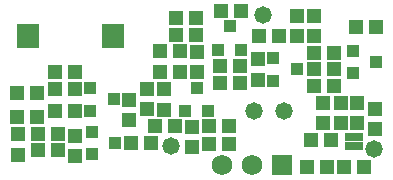
<source format=gts>
G04 Layer_Color=8388736*
%FSAX24Y24*%
%MOIN*%
G70*
G01*
G75*
%ADD28R,0.0198X0.0273*%
%ADD29R,0.0198X0.0285*%
%ADD30R,0.0434X0.0395*%
%ADD31R,0.0395X0.0434*%
%ADD32R,0.0474X0.0513*%
%ADD33R,0.0513X0.0474*%
%ADD34R,0.0769X0.0789*%
%ADD35C,0.0580*%
%ADD36R,0.0680X0.0680*%
%ADD37C,0.0680*%
D28*
X101513Y045500D02*
D03*
X101710Y045205D02*
D03*
X101907D02*
D03*
X101710Y045500D02*
D03*
X101907D02*
D03*
D29*
X101513Y045205D02*
D03*
D30*
X102454Y048000D02*
D03*
X101666Y047626D02*
D03*
Y048374D02*
D03*
X093704Y046750D02*
D03*
X092916Y046376D02*
D03*
Y047124D02*
D03*
X093754Y045300D02*
D03*
X092966Y044926D02*
D03*
Y045674D02*
D03*
X099804Y047750D02*
D03*
X099016Y047376D02*
D03*
Y048124D02*
D03*
D31*
X096460Y047144D02*
D03*
X096834Y046356D02*
D03*
X096086D02*
D03*
X097560Y049194D02*
D03*
X097934Y048406D02*
D03*
X097186D02*
D03*
D32*
X096460Y048335D02*
D03*
Y047665D02*
D03*
X100660Y045968D02*
D03*
Y046637D02*
D03*
X102410Y046435D02*
D03*
Y045765D02*
D03*
X101810Y045968D02*
D03*
Y046637D02*
D03*
X101260Y045968D02*
D03*
Y046637D02*
D03*
X100360Y048865D02*
D03*
Y049535D02*
D03*
X096310Y045835D02*
D03*
Y045165D02*
D03*
X098510Y048085D02*
D03*
Y047415D02*
D03*
X099810Y048865D02*
D03*
Y049535D02*
D03*
X094810Y046431D02*
D03*
Y047100D02*
D03*
X095360Y046415D02*
D03*
Y047085D02*
D03*
X094210Y046065D02*
D03*
Y046735D02*
D03*
X092410Y045535D02*
D03*
Y044865D02*
D03*
X090510Y045585D02*
D03*
Y044915D02*
D03*
D33*
X100795Y044500D02*
D03*
X100125D02*
D03*
X102045Y044502D02*
D03*
X101375D02*
D03*
X102445Y049150D02*
D03*
X101775D02*
D03*
X101045Y048300D02*
D03*
X100375D02*
D03*
X101045Y047750D02*
D03*
X100375D02*
D03*
X098525Y048850D02*
D03*
X099195D02*
D03*
X096445Y049450D02*
D03*
X095775D02*
D03*
X097895Y047300D02*
D03*
X097225D02*
D03*
X096445Y048900D02*
D03*
X095775D02*
D03*
X095895Y048350D02*
D03*
X095225D02*
D03*
X096875Y045250D02*
D03*
X097545D02*
D03*
X095895Y047650D02*
D03*
X095225D02*
D03*
X095745Y045850D02*
D03*
X095075D02*
D03*
X091175Y045600D02*
D03*
X091845D02*
D03*
X092395Y047100D02*
D03*
X091725D02*
D03*
X091725Y047650D02*
D03*
X092395D02*
D03*
X090475Y046950D02*
D03*
X091145D02*
D03*
X100275Y045400D02*
D03*
X100945D02*
D03*
X101045Y047200D02*
D03*
X100375D02*
D03*
X097945Y049700D02*
D03*
X097275D02*
D03*
X097225Y047850D02*
D03*
X097895D02*
D03*
X096875Y045850D02*
D03*
X097545D02*
D03*
X091175Y045050D02*
D03*
X091845D02*
D03*
X094945Y045300D02*
D03*
X094275D02*
D03*
X092395Y046350D02*
D03*
X091725D02*
D03*
X090475Y046150D02*
D03*
X091145D02*
D03*
D34*
X090853Y048850D02*
D03*
X093667D02*
D03*
D35*
X099360Y046350D02*
D03*
X098360D02*
D03*
X102360Y045100D02*
D03*
X098660Y049550D02*
D03*
X095610Y045200D02*
D03*
D36*
X099310Y044550D02*
D03*
D37*
X097310D02*
D03*
X098310D02*
D03*
M02*

</source>
